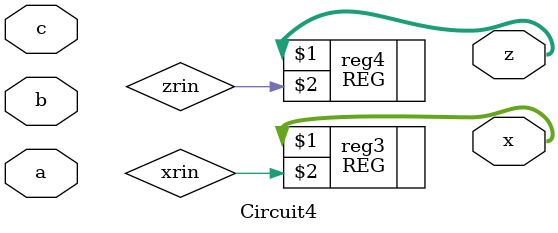
<source format=v>
`timescale 1ns / 1ps


module Circuit4(a, b, c, z, x);
input [63:0] a, b, c;
output [31:0] z, x;
wire [63:0] d, e, f, g, h;
wire dGTe, dLTe, dEQe;
reg [63:0] greg, hreg;

ADD add1(a, b, d);
ADD add2(a, c, e);
SUB sub1(a, b, f);
COMP comp1(d, e, dGTe, dLTe, dEQe);
COMP comp2(d, e,dGTe, dLTe, dEQe);
MUX2x1 mux1(dLTe, d, e, g);
MUX2x1 mux2(dEQe, g, f, h);
REG reg1(greg, g);
REG reg2(hreg, h);
COMP comp3(hreg, dLTe, dGTe, dLTe, dEQe);
COMP comp4(greg, dEQe,dGTe, dLTe, dEQe);
REG reg3(x, xrin);
REG reg4(z, zrin);

endmodule

</source>
